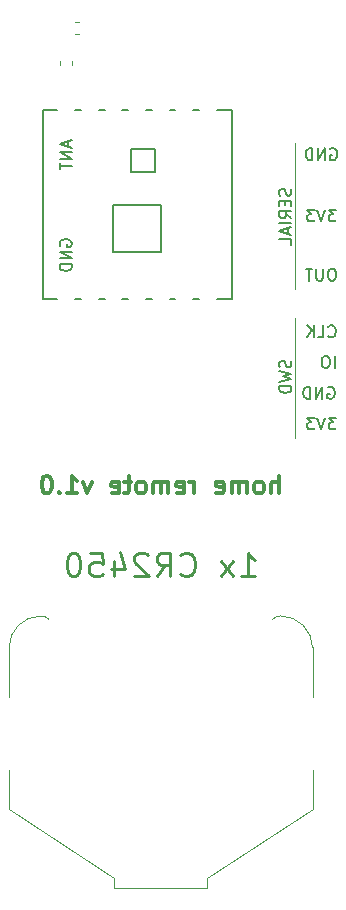
<source format=gbr>
G04 #@! TF.GenerationSoftware,KiCad,Pcbnew,5.1.5+dfsg1-2build2*
G04 #@! TF.CreationDate,2020-10-16T19:58:43-06:00*
G04 #@! TF.ProjectId,remote,72656d6f-7465-42e6-9b69-6361645f7063,rev?*
G04 #@! TF.SameCoordinates,Original*
G04 #@! TF.FileFunction,Legend,Bot*
G04 #@! TF.FilePolarity,Positive*
%FSLAX46Y46*%
G04 Gerber Fmt 4.6, Leading zero omitted, Abs format (unit mm)*
G04 Created by KiCad (PCBNEW 5.1.5+dfsg1-2build2) date 2020-10-16 19:58:43*
%MOMM*%
%LPD*%
G04 APERTURE LIST*
%ADD10C,0.300000*%
%ADD11C,0.250000*%
%ADD12C,0.120000*%
%ADD13C,0.150000*%
%ADD14C,0.203200*%
G04 APERTURE END LIST*
D10*
X59000000Y-83678571D02*
X59000000Y-82178571D01*
X58357142Y-83678571D02*
X58357142Y-82892857D01*
X58428571Y-82750000D01*
X58571428Y-82678571D01*
X58785714Y-82678571D01*
X58928571Y-82750000D01*
X59000000Y-82821428D01*
X57428571Y-83678571D02*
X57571428Y-83607142D01*
X57642857Y-83535714D01*
X57714285Y-83392857D01*
X57714285Y-82964285D01*
X57642857Y-82821428D01*
X57571428Y-82750000D01*
X57428571Y-82678571D01*
X57214285Y-82678571D01*
X57071428Y-82750000D01*
X57000000Y-82821428D01*
X56928571Y-82964285D01*
X56928571Y-83392857D01*
X57000000Y-83535714D01*
X57071428Y-83607142D01*
X57214285Y-83678571D01*
X57428571Y-83678571D01*
X56285714Y-83678571D02*
X56285714Y-82678571D01*
X56285714Y-82821428D02*
X56214285Y-82750000D01*
X56071428Y-82678571D01*
X55857142Y-82678571D01*
X55714285Y-82750000D01*
X55642857Y-82892857D01*
X55642857Y-83678571D01*
X55642857Y-82892857D02*
X55571428Y-82750000D01*
X55428571Y-82678571D01*
X55214285Y-82678571D01*
X55071428Y-82750000D01*
X55000000Y-82892857D01*
X55000000Y-83678571D01*
X53714285Y-83607142D02*
X53857142Y-83678571D01*
X54142857Y-83678571D01*
X54285714Y-83607142D01*
X54357142Y-83464285D01*
X54357142Y-82892857D01*
X54285714Y-82750000D01*
X54142857Y-82678571D01*
X53857142Y-82678571D01*
X53714285Y-82750000D01*
X53642857Y-82892857D01*
X53642857Y-83035714D01*
X54357142Y-83178571D01*
X51857142Y-83678571D02*
X51857142Y-82678571D01*
X51857142Y-82964285D02*
X51785714Y-82821428D01*
X51714285Y-82750000D01*
X51571428Y-82678571D01*
X51428571Y-82678571D01*
X50357142Y-83607142D02*
X50499999Y-83678571D01*
X50785714Y-83678571D01*
X50928571Y-83607142D01*
X50999999Y-83464285D01*
X50999999Y-82892857D01*
X50928571Y-82750000D01*
X50785714Y-82678571D01*
X50499999Y-82678571D01*
X50357142Y-82750000D01*
X50285714Y-82892857D01*
X50285714Y-83035714D01*
X50999999Y-83178571D01*
X49642857Y-83678571D02*
X49642857Y-82678571D01*
X49642857Y-82821428D02*
X49571428Y-82750000D01*
X49428571Y-82678571D01*
X49214285Y-82678571D01*
X49071428Y-82750000D01*
X48999999Y-82892857D01*
X48999999Y-83678571D01*
X48999999Y-82892857D02*
X48928571Y-82750000D01*
X48785714Y-82678571D01*
X48571428Y-82678571D01*
X48428571Y-82750000D01*
X48357142Y-82892857D01*
X48357142Y-83678571D01*
X47428571Y-83678571D02*
X47571428Y-83607142D01*
X47642857Y-83535714D01*
X47714285Y-83392857D01*
X47714285Y-82964285D01*
X47642857Y-82821428D01*
X47571428Y-82750000D01*
X47428571Y-82678571D01*
X47214285Y-82678571D01*
X47071428Y-82750000D01*
X46999999Y-82821428D01*
X46928571Y-82964285D01*
X46928571Y-83392857D01*
X46999999Y-83535714D01*
X47071428Y-83607142D01*
X47214285Y-83678571D01*
X47428571Y-83678571D01*
X46499999Y-82678571D02*
X45928571Y-82678571D01*
X46285714Y-82178571D02*
X46285714Y-83464285D01*
X46214285Y-83607142D01*
X46071428Y-83678571D01*
X45928571Y-83678571D01*
X44857142Y-83607142D02*
X44999999Y-83678571D01*
X45285714Y-83678571D01*
X45428571Y-83607142D01*
X45499999Y-83464285D01*
X45499999Y-82892857D01*
X45428571Y-82750000D01*
X45285714Y-82678571D01*
X44999999Y-82678571D01*
X44857142Y-82750000D01*
X44785714Y-82892857D01*
X44785714Y-83035714D01*
X45499999Y-83178571D01*
X43142857Y-82678571D02*
X42785714Y-83678571D01*
X42428571Y-82678571D01*
X41071428Y-83678571D02*
X41928571Y-83678571D01*
X41499999Y-83678571D02*
X41499999Y-82178571D01*
X41642857Y-82392857D01*
X41785714Y-82535714D01*
X41928571Y-82607142D01*
X40428571Y-83535714D02*
X40357142Y-83607142D01*
X40428571Y-83678571D01*
X40499999Y-83607142D01*
X40428571Y-83535714D01*
X40428571Y-83678571D01*
X39428571Y-82178571D02*
X39285714Y-82178571D01*
X39142857Y-82250000D01*
X39071428Y-82321428D01*
X38999999Y-82464285D01*
X38928571Y-82750000D01*
X38928571Y-83107142D01*
X38999999Y-83392857D01*
X39071428Y-83535714D01*
X39142857Y-83607142D01*
X39285714Y-83678571D01*
X39428571Y-83678571D01*
X39571428Y-83607142D01*
X39642857Y-83535714D01*
X39714285Y-83392857D01*
X39785714Y-83107142D01*
X39785714Y-82750000D01*
X39714285Y-82464285D01*
X39642857Y-82321428D01*
X39571428Y-82250000D01*
X39428571Y-82178571D01*
D11*
X55809523Y-90704761D02*
X56952380Y-90704761D01*
X56380952Y-90704761D02*
X56380952Y-88704761D01*
X56571428Y-88990476D01*
X56761904Y-89180952D01*
X56952380Y-89276190D01*
X55142857Y-90704761D02*
X54095238Y-89371428D01*
X55142857Y-89371428D02*
X54095238Y-90704761D01*
X50666666Y-90514285D02*
X50761904Y-90609523D01*
X51047619Y-90704761D01*
X51238095Y-90704761D01*
X51523809Y-90609523D01*
X51714285Y-90419047D01*
X51809523Y-90228571D01*
X51904761Y-89847619D01*
X51904761Y-89561904D01*
X51809523Y-89180952D01*
X51714285Y-88990476D01*
X51523809Y-88800000D01*
X51238095Y-88704761D01*
X51047619Y-88704761D01*
X50761904Y-88800000D01*
X50666666Y-88895238D01*
X48666666Y-90704761D02*
X49333333Y-89752380D01*
X49809523Y-90704761D02*
X49809523Y-88704761D01*
X49047619Y-88704761D01*
X48857142Y-88800000D01*
X48761904Y-88895238D01*
X48666666Y-89085714D01*
X48666666Y-89371428D01*
X48761904Y-89561904D01*
X48857142Y-89657142D01*
X49047619Y-89752380D01*
X49809523Y-89752380D01*
X47904761Y-88895238D02*
X47809523Y-88800000D01*
X47619047Y-88704761D01*
X47142857Y-88704761D01*
X46952380Y-88800000D01*
X46857142Y-88895238D01*
X46761904Y-89085714D01*
X46761904Y-89276190D01*
X46857142Y-89561904D01*
X48000000Y-90704761D01*
X46761904Y-90704761D01*
X45047619Y-89371428D02*
X45047619Y-90704761D01*
X45523809Y-88609523D02*
X46000000Y-90038095D01*
X44761904Y-90038095D01*
X43047619Y-88704761D02*
X44000000Y-88704761D01*
X44095238Y-89657142D01*
X44000000Y-89561904D01*
X43809523Y-89466666D01*
X43333333Y-89466666D01*
X43142857Y-89561904D01*
X43047619Y-89657142D01*
X42952380Y-89847619D01*
X42952380Y-90323809D01*
X43047619Y-90514285D01*
X43142857Y-90609523D01*
X43333333Y-90704761D01*
X43809523Y-90704761D01*
X44000000Y-90609523D01*
X44095238Y-90514285D01*
X41714285Y-88704761D02*
X41523809Y-88704761D01*
X41333333Y-88800000D01*
X41238095Y-88895238D01*
X41142857Y-89085714D01*
X41047619Y-89466666D01*
X41047619Y-89942857D01*
X41142857Y-90323809D01*
X41238095Y-90514285D01*
X41333333Y-90609523D01*
X41523809Y-90704761D01*
X41714285Y-90704761D01*
X41904761Y-90609523D01*
X42000000Y-90514285D01*
X42095238Y-90323809D01*
X42190476Y-89942857D01*
X42190476Y-89466666D01*
X42095238Y-89085714D01*
X42000000Y-88895238D01*
X41904761Y-88800000D01*
X41714285Y-88704761D01*
D12*
X60400000Y-68800000D02*
X60400000Y-79000000D01*
D13*
X60004761Y-72442857D02*
X60052380Y-72585714D01*
X60052380Y-72823809D01*
X60004761Y-72919047D01*
X59957142Y-72966666D01*
X59861904Y-73014285D01*
X59766666Y-73014285D01*
X59671428Y-72966666D01*
X59623809Y-72919047D01*
X59576190Y-72823809D01*
X59528571Y-72633333D01*
X59480952Y-72538095D01*
X59433333Y-72490476D01*
X59338095Y-72442857D01*
X59242857Y-72442857D01*
X59147619Y-72490476D01*
X59100000Y-72538095D01*
X59052380Y-72633333D01*
X59052380Y-72871428D01*
X59100000Y-73014285D01*
X59052380Y-73347619D02*
X60052380Y-73585714D01*
X59338095Y-73776190D01*
X60052380Y-73966666D01*
X59052380Y-74204761D01*
X60052380Y-74585714D02*
X59052380Y-74585714D01*
X59052380Y-74823809D01*
X59100000Y-74966666D01*
X59195238Y-75061904D01*
X59290476Y-75109523D01*
X59480952Y-75157142D01*
X59623809Y-75157142D01*
X59814285Y-75109523D01*
X59909523Y-75061904D01*
X60004761Y-74966666D01*
X60052380Y-74823809D01*
X60052380Y-74585714D01*
X63600000Y-64652380D02*
X63409523Y-64652380D01*
X63314285Y-64700000D01*
X63219047Y-64795238D01*
X63171428Y-64985714D01*
X63171428Y-65319047D01*
X63219047Y-65509523D01*
X63314285Y-65604761D01*
X63409523Y-65652380D01*
X63600000Y-65652380D01*
X63695238Y-65604761D01*
X63790476Y-65509523D01*
X63838095Y-65319047D01*
X63838095Y-64985714D01*
X63790476Y-64795238D01*
X63695238Y-64700000D01*
X63600000Y-64652380D01*
X62742857Y-64652380D02*
X62742857Y-65461904D01*
X62695238Y-65557142D01*
X62647619Y-65604761D01*
X62552380Y-65652380D01*
X62361904Y-65652380D01*
X62266666Y-65604761D01*
X62219047Y-65557142D01*
X62171428Y-65461904D01*
X62171428Y-64652380D01*
X61838095Y-64652380D02*
X61266666Y-64652380D01*
X61552380Y-65652380D02*
X61552380Y-64652380D01*
X63838095Y-59652380D02*
X63219047Y-59652380D01*
X63552380Y-60033333D01*
X63409523Y-60033333D01*
X63314285Y-60080952D01*
X63266666Y-60128571D01*
X63219047Y-60223809D01*
X63219047Y-60461904D01*
X63266666Y-60557142D01*
X63314285Y-60604761D01*
X63409523Y-60652380D01*
X63695238Y-60652380D01*
X63790476Y-60604761D01*
X63838095Y-60557142D01*
X62933333Y-59652380D02*
X62600000Y-60652380D01*
X62266666Y-59652380D01*
X62028571Y-59652380D02*
X61409523Y-59652380D01*
X61742857Y-60033333D01*
X61600000Y-60033333D01*
X61504761Y-60080952D01*
X61457142Y-60128571D01*
X61409523Y-60223809D01*
X61409523Y-60461904D01*
X61457142Y-60557142D01*
X61504761Y-60604761D01*
X61600000Y-60652380D01*
X61885714Y-60652380D01*
X61980952Y-60604761D01*
X62028571Y-60557142D01*
X63361904Y-54500000D02*
X63457142Y-54452380D01*
X63600000Y-54452380D01*
X63742857Y-54500000D01*
X63838095Y-54595238D01*
X63885714Y-54690476D01*
X63933333Y-54880952D01*
X63933333Y-55023809D01*
X63885714Y-55214285D01*
X63838095Y-55309523D01*
X63742857Y-55404761D01*
X63600000Y-55452380D01*
X63504761Y-55452380D01*
X63361904Y-55404761D01*
X63314285Y-55357142D01*
X63314285Y-55023809D01*
X63504761Y-55023809D01*
X62885714Y-55452380D02*
X62885714Y-54452380D01*
X62314285Y-55452380D01*
X62314285Y-54452380D01*
X61838095Y-55452380D02*
X61838095Y-54452380D01*
X61600000Y-54452380D01*
X61457142Y-54500000D01*
X61361904Y-54595238D01*
X61314285Y-54690476D01*
X61266666Y-54880952D01*
X61266666Y-55023809D01*
X61314285Y-55214285D01*
X61361904Y-55309523D01*
X61457142Y-55404761D01*
X61600000Y-55452380D01*
X61838095Y-55452380D01*
D12*
X60400000Y-66400000D02*
X60400000Y-54000000D01*
D13*
X60004761Y-57890476D02*
X60052380Y-58033333D01*
X60052380Y-58271428D01*
X60004761Y-58366666D01*
X59957142Y-58414285D01*
X59861904Y-58461904D01*
X59766666Y-58461904D01*
X59671428Y-58414285D01*
X59623809Y-58366666D01*
X59576190Y-58271428D01*
X59528571Y-58080952D01*
X59480952Y-57985714D01*
X59433333Y-57938095D01*
X59338095Y-57890476D01*
X59242857Y-57890476D01*
X59147619Y-57938095D01*
X59100000Y-57985714D01*
X59052380Y-58080952D01*
X59052380Y-58319047D01*
X59100000Y-58461904D01*
X59528571Y-58890476D02*
X59528571Y-59223809D01*
X60052380Y-59366666D02*
X60052380Y-58890476D01*
X59052380Y-58890476D01*
X59052380Y-59366666D01*
X60052380Y-60366666D02*
X59576190Y-60033333D01*
X60052380Y-59795238D02*
X59052380Y-59795238D01*
X59052380Y-60176190D01*
X59100000Y-60271428D01*
X59147619Y-60319047D01*
X59242857Y-60366666D01*
X59385714Y-60366666D01*
X59480952Y-60319047D01*
X59528571Y-60271428D01*
X59576190Y-60176190D01*
X59576190Y-59795238D01*
X60052380Y-60795238D02*
X59052380Y-60795238D01*
X59766666Y-61223809D02*
X59766666Y-61700000D01*
X60052380Y-61128571D02*
X59052380Y-61461904D01*
X60052380Y-61795238D01*
X60052380Y-62604761D02*
X60052380Y-62128571D01*
X59052380Y-62128571D01*
X63838095Y-77252380D02*
X63219047Y-77252380D01*
X63552380Y-77633333D01*
X63409523Y-77633333D01*
X63314285Y-77680952D01*
X63266666Y-77728571D01*
X63219047Y-77823809D01*
X63219047Y-78061904D01*
X63266666Y-78157142D01*
X63314285Y-78204761D01*
X63409523Y-78252380D01*
X63695238Y-78252380D01*
X63790476Y-78204761D01*
X63838095Y-78157142D01*
X62933333Y-77252380D02*
X62600000Y-78252380D01*
X62266666Y-77252380D01*
X62028571Y-77252380D02*
X61409523Y-77252380D01*
X61742857Y-77633333D01*
X61600000Y-77633333D01*
X61504761Y-77680952D01*
X61457142Y-77728571D01*
X61409523Y-77823809D01*
X61409523Y-78061904D01*
X61457142Y-78157142D01*
X61504761Y-78204761D01*
X61600000Y-78252380D01*
X61885714Y-78252380D01*
X61980952Y-78204761D01*
X62028571Y-78157142D01*
X63161904Y-74700000D02*
X63257142Y-74652380D01*
X63400000Y-74652380D01*
X63542857Y-74700000D01*
X63638095Y-74795238D01*
X63685714Y-74890476D01*
X63733333Y-75080952D01*
X63733333Y-75223809D01*
X63685714Y-75414285D01*
X63638095Y-75509523D01*
X63542857Y-75604761D01*
X63400000Y-75652380D01*
X63304761Y-75652380D01*
X63161904Y-75604761D01*
X63114285Y-75557142D01*
X63114285Y-75223809D01*
X63304761Y-75223809D01*
X62685714Y-75652380D02*
X62685714Y-74652380D01*
X62114285Y-75652380D01*
X62114285Y-74652380D01*
X61638095Y-75652380D02*
X61638095Y-74652380D01*
X61400000Y-74652380D01*
X61257142Y-74700000D01*
X61161904Y-74795238D01*
X61114285Y-74890476D01*
X61066666Y-75080952D01*
X61066666Y-75223809D01*
X61114285Y-75414285D01*
X61161904Y-75509523D01*
X61257142Y-75604761D01*
X61400000Y-75652380D01*
X61638095Y-75652380D01*
X63723809Y-73052380D02*
X63723809Y-72052380D01*
X63057142Y-72052380D02*
X62866666Y-72052380D01*
X62771428Y-72100000D01*
X62676190Y-72195238D01*
X62628571Y-72385714D01*
X62628571Y-72719047D01*
X62676190Y-72909523D01*
X62771428Y-73004761D01*
X62866666Y-73052380D01*
X63057142Y-73052380D01*
X63152380Y-73004761D01*
X63247619Y-72909523D01*
X63295238Y-72719047D01*
X63295238Y-72385714D01*
X63247619Y-72195238D01*
X63152380Y-72100000D01*
X63057142Y-72052380D01*
X63195238Y-70357142D02*
X63242857Y-70404761D01*
X63385714Y-70452380D01*
X63480952Y-70452380D01*
X63623809Y-70404761D01*
X63719047Y-70309523D01*
X63766666Y-70214285D01*
X63814285Y-70023809D01*
X63814285Y-69880952D01*
X63766666Y-69690476D01*
X63719047Y-69595238D01*
X63623809Y-69500000D01*
X63480952Y-69452380D01*
X63385714Y-69452380D01*
X63242857Y-69500000D01*
X63195238Y-69547619D01*
X62290476Y-70452380D02*
X62766666Y-70452380D01*
X62766666Y-69452380D01*
X61957142Y-70452380D02*
X61957142Y-69452380D01*
X61385714Y-70452380D02*
X61814285Y-69880952D01*
X61385714Y-69452380D02*
X61957142Y-70023809D01*
D12*
X41728733Y-44760000D02*
X42071267Y-44760000D01*
X41728733Y-43740000D02*
X42071267Y-43740000D01*
X40490000Y-47078733D02*
X40490000Y-47421267D01*
X41510000Y-47078733D02*
X41510000Y-47421267D01*
D14*
X48497840Y-56497960D02*
X48497840Y-54498980D01*
X48497840Y-56497960D02*
X46501400Y-56497960D01*
X46501400Y-56497960D02*
X46501400Y-54498980D01*
X48497840Y-54498980D02*
X46501400Y-54498980D01*
X45001020Y-63250000D02*
X45001020Y-59252040D01*
X48998980Y-63250000D02*
X45001020Y-63250000D01*
X48998980Y-59252040D02*
X48998980Y-63250000D01*
X45001020Y-59252040D02*
X48998980Y-59252040D01*
X54998460Y-67248460D02*
X54998460Y-51251540D01*
X39001540Y-51251540D02*
X39001540Y-67248460D01*
D13*
X39000000Y-67250000D02*
X40250000Y-67250000D01*
X41750000Y-67250000D02*
X42250000Y-67250000D01*
X43750000Y-67250000D02*
X44250000Y-67250000D01*
X45750000Y-67250000D02*
X46250000Y-67250000D01*
X47750000Y-67250000D02*
X48250000Y-67250000D01*
X49750000Y-67250000D02*
X50250000Y-67250000D01*
X51750000Y-67250000D02*
X52250000Y-67250000D01*
X53750000Y-67250000D02*
X55000000Y-67250000D01*
X55000000Y-51250000D02*
X53750000Y-51250000D01*
X52250000Y-51250000D02*
X51750000Y-51250000D01*
X50250000Y-51250000D02*
X49750000Y-51250000D01*
X48250000Y-51250000D02*
X47750000Y-51250000D01*
X46250000Y-51250000D02*
X45750000Y-51250000D01*
X44250000Y-51250000D02*
X43750000Y-51250000D01*
X42250000Y-51250000D02*
X41750000Y-51250000D01*
X40250000Y-51250000D02*
X39000000Y-51250000D01*
D12*
X61850000Y-100900000D02*
X61850000Y-96700000D01*
X36150000Y-100900000D02*
X36150000Y-96700000D01*
X61850000Y-110400000D02*
X61850000Y-107100000D01*
X52950000Y-116250000D02*
X61850000Y-110400000D01*
X52950000Y-117050000D02*
X52950000Y-116250000D01*
X45050000Y-117050000D02*
X52950000Y-117050000D01*
X45050000Y-117050000D02*
X45050000Y-116250000D01*
X45050000Y-116250000D02*
X36150000Y-110400000D01*
X36150000Y-110400000D02*
X36150000Y-107100000D01*
X61850000Y-96750000D02*
G75*
G03X59150000Y-94050000I-2700000J0D01*
G01*
X36150000Y-96750000D02*
G75*
G02X38850000Y-94050000I2700000J0D01*
G01*
X39521751Y-94328249D02*
G75*
G03X38850000Y-94050000I-671751J-671751D01*
G01*
X58478249Y-94328249D02*
G75*
G02X59150000Y-94050000I671751J-671751D01*
G01*
D13*
X40500000Y-62738095D02*
X40452380Y-62642857D01*
X40452380Y-62500000D01*
X40500000Y-62357142D01*
X40595238Y-62261904D01*
X40690476Y-62214285D01*
X40880952Y-62166666D01*
X41023809Y-62166666D01*
X41214285Y-62214285D01*
X41309523Y-62261904D01*
X41404761Y-62357142D01*
X41452380Y-62500000D01*
X41452380Y-62595238D01*
X41404761Y-62738095D01*
X41357142Y-62785714D01*
X41023809Y-62785714D01*
X41023809Y-62595238D01*
X41452380Y-63214285D02*
X40452380Y-63214285D01*
X41452380Y-63785714D01*
X40452380Y-63785714D01*
X41452380Y-64261904D02*
X40452380Y-64261904D01*
X40452380Y-64500000D01*
X40500000Y-64642857D01*
X40595238Y-64738095D01*
X40690476Y-64785714D01*
X40880952Y-64833333D01*
X41023809Y-64833333D01*
X41214285Y-64785714D01*
X41309523Y-64738095D01*
X41404761Y-64642857D01*
X41452380Y-64500000D01*
X41452380Y-64261904D01*
X41166666Y-53857142D02*
X41166666Y-54333333D01*
X41452380Y-53761904D02*
X40452380Y-54095238D01*
X41452380Y-54428571D01*
X41452380Y-54761904D02*
X40452380Y-54761904D01*
X41452380Y-55333333D01*
X40452380Y-55333333D01*
X40452380Y-55666666D02*
X40452380Y-56238095D01*
X41452380Y-55952380D02*
X40452380Y-55952380D01*
M02*

</source>
